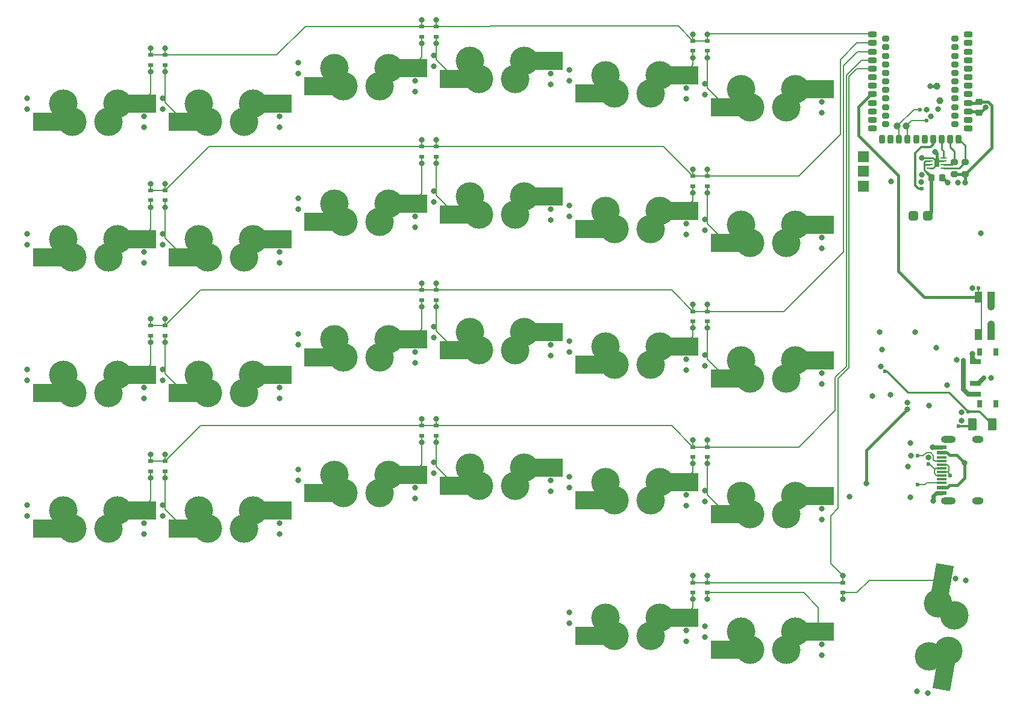
<source format=gbr>
%TF.GenerationSoftware,KiCad,Pcbnew,(6.0.4)*%
%TF.CreationDate,2022-07-03T17:00:07-07:00*%
%TF.ProjectId,Athena54,41746865-6e61-4353-942e-6b696361645f,v1.0.0*%
%TF.SameCoordinates,Original*%
%TF.FileFunction,Copper,L4,Bot*%
%TF.FilePolarity,Positive*%
%FSLAX46Y46*%
G04 Gerber Fmt 4.6, Leading zero omitted, Abs format (unit mm)*
G04 Created by KiCad (PCBNEW (6.0.4)) date 2022-07-03 17:00:07*
%MOMM*%
%LPD*%
G01*
G04 APERTURE LIST*
G04 Aperture macros list*
%AMRoundRect*
0 Rectangle with rounded corners*
0 $1 Rounding radius*
0 $2 $3 $4 $5 $6 $7 $8 $9 X,Y pos of 4 corners*
0 Add a 4 corners polygon primitive as box body*
4,1,4,$2,$3,$4,$5,$6,$7,$8,$9,$2,$3,0*
0 Add four circle primitives for the rounded corners*
1,1,$1+$1,$2,$3*
1,1,$1+$1,$4,$5*
1,1,$1+$1,$6,$7*
1,1,$1+$1,$8,$9*
0 Add four rect primitives between the rounded corners*
20,1,$1+$1,$2,$3,$4,$5,0*
20,1,$1+$1,$4,$5,$6,$7,0*
20,1,$1+$1,$6,$7,$8,$9,0*
20,1,$1+$1,$8,$9,$2,$3,0*%
%AMRotRect*
0 Rectangle, with rotation*
0 The origin of the aperture is its center*
0 $1 length*
0 $2 width*
0 $3 Rotation angle, in degrees counterclockwise*
0 Add horizontal line*
21,1,$1,$2,0,0,$3*%
G04 Aperture macros list end*
%TA.AperFunction,ComponentPad*%
%ADD10C,0.800000*%
%TD*%
%TA.AperFunction,SMDPad,CuDef*%
%ADD11R,0.700000X0.600000*%
%TD*%
%TA.AperFunction,ComponentPad*%
%ADD12C,4.000000*%
%TD*%
%TA.AperFunction,SMDPad,CuDef*%
%ADD13R,4.461400X2.500000*%
%TD*%
%TA.AperFunction,SMDPad,CuDef*%
%ADD14R,4.434400X2.500000*%
%TD*%
%TA.AperFunction,ComponentPad*%
%ADD15RoundRect,0.337500X-0.337500X0.337500X-0.337500X-0.337500X0.337500X-0.337500X0.337500X0.337500X0*%
%TD*%
%TA.AperFunction,SMDPad,CuDef*%
%ADD16RoundRect,0.250000X-0.375000X-0.625000X0.375000X-0.625000X0.375000X0.625000X-0.375000X0.625000X0*%
%TD*%
%TA.AperFunction,SMDPad,CuDef*%
%ADD17R,0.800000X1.000000*%
%TD*%
%TA.AperFunction,SMDPad,CuDef*%
%ADD18R,1.500000X0.700000*%
%TD*%
%TA.AperFunction,SMDPad,CuDef*%
%ADD19R,1.000000X1.550000*%
%TD*%
%TA.AperFunction,SMDPad,CuDef*%
%ADD20R,1.450000X0.600000*%
%TD*%
%TA.AperFunction,SMDPad,CuDef*%
%ADD21R,1.450000X0.300000*%
%TD*%
%TA.AperFunction,ComponentPad*%
%ADD22O,2.100000X1.000000*%
%TD*%
%TA.AperFunction,ComponentPad*%
%ADD23O,1.600000X1.000000*%
%TD*%
%TA.AperFunction,ComponentPad*%
%ADD24R,1.524000X1.524000*%
%TD*%
%TA.AperFunction,SMDPad,CuDef*%
%ADD25R,4.461400X2.520000*%
%TD*%
%TA.AperFunction,SMDPad,CuDef*%
%ADD26RoundRect,0.200000X-0.275000X0.200000X-0.275000X-0.200000X0.275000X-0.200000X0.275000X0.200000X0*%
%TD*%
%TA.AperFunction,SMDPad,CuDef*%
%ADD27RoundRect,0.225000X-0.250000X0.225000X-0.250000X-0.225000X0.250000X-0.225000X0.250000X0.225000X0*%
%TD*%
%TA.AperFunction,SMDPad,CuDef*%
%ADD28RoundRect,0.062500X-0.325000X-0.062500X0.325000X-0.062500X0.325000X0.062500X-0.325000X0.062500X0*%
%TD*%
%TA.AperFunction,SMDPad,CuDef*%
%ADD29R,0.800000X1.200000*%
%TD*%
%TA.AperFunction,SMDPad,CuDef*%
%ADD30RotRect,4.500000X2.500000X80.000000*%
%TD*%
%TA.AperFunction,SMDPad,CuDef*%
%ADD31RoundRect,0.225000X-0.225000X-0.250000X0.225000X-0.250000X0.225000X0.250000X-0.225000X0.250000X0*%
%TD*%
%TA.AperFunction,SMDPad,CuDef*%
%ADD32RoundRect,0.200000X0.400000X0.200000X-0.400000X0.200000X-0.400000X-0.200000X0.400000X-0.200000X0*%
%TD*%
%TA.AperFunction,SMDPad,CuDef*%
%ADD33C,1.000000*%
%TD*%
%TA.AperFunction,SMDPad,CuDef*%
%ADD34RoundRect,0.200000X0.200000X-0.400000X0.200000X0.400000X-0.200000X0.400000X-0.200000X-0.400000X0*%
%TD*%
%TA.AperFunction,SMDPad,CuDef*%
%ADD35RoundRect,0.200000X-0.400000X-0.200000X0.400000X-0.200000X0.400000X0.200000X-0.400000X0.200000X0*%
%TD*%
%TA.AperFunction,ComponentPad*%
%ADD36RoundRect,0.200000X-0.300000X-0.200000X0.300000X-0.200000X0.300000X0.200000X-0.300000X0.200000X0*%
%TD*%
%TA.AperFunction,ViaPad*%
%ADD37C,0.800000*%
%TD*%
%TA.AperFunction,ViaPad*%
%ADD38C,0.600000*%
%TD*%
%TA.AperFunction,Conductor*%
%ADD39C,0.400000*%
%TD*%
%TA.AperFunction,Conductor*%
%ADD40C,0.600000*%
%TD*%
%TA.AperFunction,Conductor*%
%ADD41C,0.250000*%
%TD*%
%TA.AperFunction,Conductor*%
%ADD42C,1.000000*%
%TD*%
%TA.AperFunction,Conductor*%
%ADD43C,0.700000*%
%TD*%
%TA.AperFunction,Conductor*%
%ADD44C,0.500000*%
%TD*%
%TA.AperFunction,Conductor*%
%ADD45C,0.200000*%
%TD*%
%TA.AperFunction,Conductor*%
%ADD46C,0.300000*%
%TD*%
%TA.AperFunction,Conductor*%
%ADD47C,0.293370*%
%TD*%
%TA.AperFunction,Conductor*%
%ADD48C,0.205740*%
%TD*%
G04 APERTURE END LIST*
D10*
%TO.P,D21,1,K*%
%TO.N,ROW2*%
X84725000Y-12774000D03*
D11*
X84725000Y-13725000D03*
%TO.P,D21,2,A*%
%TO.N,Net-(D21-Pad2)*%
X84725000Y-15125000D03*
D10*
X84725000Y-16076000D03*
%TD*%
%TO.P,SW9,1,1*%
%TO.N,COL2*%
X26619200Y-62468000D03*
D12*
X21590000Y-63230000D03*
X22860000Y-60690000D03*
D10*
X27889200Y-61452000D03*
D13*
X26115700Y-60690000D03*
D10*
X26619200Y-63992000D03*
X27889200Y-59928000D03*
%TO.P,SW9,2,2*%
%TO.N,Net-(D10-Pad2)*%
X11480800Y-62468000D03*
X10210800Y-61452000D03*
D14*
X13240800Y-63230000D03*
D10*
X11480800Y-63992000D03*
X10210800Y-59928000D03*
D12*
X16510000Y-63230000D03*
X15240000Y-60690000D03*
%TD*%
D15*
%TO.P,J1,1,Pin_1*%
%TO.N,+BATT*%
X117683500Y-19325000D03*
%TO.P,J1,2,Pin_2*%
%TO.N,GND*%
X115683500Y-19325000D03*
%TD*%
D12*
%TO.P,SW14,1,1*%
%TO.N,COL4*%
X59690000Y-80000D03*
D10*
X64719200Y682000D03*
X65989200Y1698000D03*
X64719200Y-842000D03*
X65989200Y3222000D03*
D12*
X60960000Y2460000D03*
D13*
X64215700Y2460000D03*
D10*
%TO.P,SW14,2,2*%
%TO.N,Net-(D15-Pad2)*%
X48310800Y3222000D03*
D12*
X54610000Y-80000D03*
D10*
X49580800Y-842000D03*
X49580800Y682000D03*
X48310800Y1698000D03*
D12*
X53340000Y2460000D03*
D14*
X51340800Y-80000D03*
%TD*%
D11*
%TO.P,D8,1,K*%
%TO.N,ROW2*%
X10525000Y-15725000D03*
D10*
X10525000Y-14774000D03*
D11*
%TO.P,D8,2,A*%
%TO.N,Net-(D8-Pad2)*%
X10525000Y-17125000D03*
D10*
X10525000Y-18076000D03*
%TD*%
D11*
%TO.P,D4,1,K*%
%TO.N,ROW2*%
X8525000Y-15725000D03*
D10*
X8525000Y-14774000D03*
D11*
%TO.P,D4,2,A*%
%TO.N,Net-(D4-Pad2)*%
X8525000Y-17125000D03*
D10*
X8525000Y-18076000D03*
%TD*%
D13*
%TO.P,SW25,1,1*%
%TO.N,COL6*%
X102315700Y-20590000D03*
D10*
X102819200Y-23892000D03*
D12*
X97790000Y-23130000D03*
D10*
X102819200Y-22368000D03*
X104089200Y-19828000D03*
X104089200Y-21352000D03*
D12*
X99060000Y-20590000D03*
D10*
%TO.P,SW25,2,2*%
%TO.N,Net-(D26-Pad2)*%
X86410800Y-21352000D03*
D12*
X91440000Y-20590000D03*
D10*
X87680800Y-23892000D03*
D14*
X89440800Y-23130000D03*
D10*
X87680800Y-22368000D03*
D12*
X92710000Y-23130000D03*
D10*
X86410800Y-19828000D03*
%TD*%
D16*
%TO.P,D1,1,K*%
%TO.N,/Power Management/CHG*%
X126774999Y-48575000D03*
%TO.P,D1,2,A*%
%TO.N,Net-(D1-Pad2)*%
X123974999Y-48575000D03*
%TD*%
D11*
%TO.P,D17,1,K*%
%TO.N,ROW3*%
X48625000Y-29725000D03*
D10*
X48625000Y-28774000D03*
%TO.P,D17,2,A*%
%TO.N,Net-(D17-Pad2)*%
X48625000Y-32076000D03*
D11*
X48625000Y-31125000D03*
%TD*%
D10*
%TO.P,D28,1,K*%
%TO.N,ROW4*%
X86725001Y-50824000D03*
D11*
X86725001Y-51775000D03*
D10*
%TO.P,D28,2,A*%
%TO.N,Net-(D28-Pad2)*%
X86725001Y-54126000D03*
D11*
X86725001Y-53175000D03*
%TD*%
%TO.P,D6,1,K*%
%TO.N,ROW4*%
X8525000Y-53775000D03*
D10*
X8525000Y-52824000D03*
%TO.P,D6,2,A*%
%TO.N,Net-(D6-Pad2)*%
X8525000Y-56126000D03*
D11*
X8525000Y-55175000D03*
%TD*%
D10*
%TO.P,D5,1,K*%
%TO.N,ROW3*%
X8525000Y-33774000D03*
D11*
X8525000Y-34725000D03*
%TO.P,D5,2,A*%
%TO.N,Net-(D5-Pad2)*%
X8525000Y-36125000D03*
D10*
X8525000Y-37076000D03*
%TD*%
D11*
%TO.P,D9,1,K*%
%TO.N,ROW3*%
X10525000Y-34725000D03*
D10*
X10525000Y-33774000D03*
D11*
%TO.P,D9,2,A*%
%TO.N,Net-(D9-Pad2)*%
X10525000Y-36125000D03*
D10*
X10525000Y-37076000D03*
%TD*%
%TO.P,D16,1,K*%
%TO.N,ROW2*%
X48625000Y-8624000D03*
D11*
X48625000Y-9575000D03*
D10*
%TO.P,D16,2,A*%
%TO.N,Net-(D16-Pad2)*%
X48625000Y-11926000D03*
D11*
X48625000Y-10975000D03*
%TD*%
%TO.P,D18,1,K*%
%TO.N,ROW4*%
X48625000Y-48775000D03*
D10*
X48625000Y-47824000D03*
D11*
%TO.P,D18,2,A*%
%TO.N,Net-(D18-Pad2)*%
X48625000Y-50175000D03*
D10*
X48625000Y-51126000D03*
%TD*%
%TO.P,D19,1,K*%
%TO.N,ROW5*%
X84725000Y-69874000D03*
D11*
X84725000Y-70825000D03*
%TO.P,D19,2,A*%
%TO.N,Net-(D19-Pad2)*%
X84725000Y-72225000D03*
D10*
X84725000Y-73176000D03*
%TD*%
D17*
%TO.P,SW1,*%
%TO.N,*%
X125045000Y-45725000D03*
X127255000Y-45725000D03*
X125045000Y-38425000D03*
X127255000Y-38425000D03*
D18*
%TO.P,SW1,1,A*%
%TO.N,GND*%
X124395000Y-39825000D03*
%TO.P,SW1,2,B*%
%TO.N,/Power Management/SYSOFF*%
X124395000Y-42825000D03*
%TO.P,SW1,3,C*%
%TO.N,Net-(R6-Pad1)*%
X124395000Y-44325000D03*
%TD*%
D10*
%TO.P,D20,1,K*%
%TO.N,ROW1*%
X84725000Y6226001D03*
D11*
X84725000Y5275001D03*
%TO.P,D20,2,A*%
%TO.N,Net-(D20-Pad2)*%
X84725000Y3875001D03*
D10*
X84725000Y2924001D03*
%TD*%
D12*
%TO.P,SW6,1,1*%
%TO.N,COL2*%
X22860000Y-3540000D03*
D13*
X26115700Y-3540000D03*
D10*
X27889200Y-2778000D03*
X26619200Y-6842000D03*
X26619200Y-5318000D03*
D12*
X21590000Y-6080000D03*
D10*
X27889200Y-4302000D03*
D12*
%TO.P,SW6,2,2*%
%TO.N,Net-(D7-Pad2)*%
X16510000Y-6080000D03*
D10*
X10210800Y-2778000D03*
D14*
X13240800Y-6080000D03*
D10*
X10210800Y-4302000D03*
X11480800Y-5318000D03*
D12*
X15240000Y-3540000D03*
D10*
X11480800Y-6842000D03*
%TD*%
D11*
%TO.P,D15,1,K*%
%TO.N,ROW1*%
X48625000Y7275000D03*
D10*
X48625000Y8226000D03*
D11*
%TO.P,D15,2,A*%
%TO.N,Net-(D15-Pad2)*%
X48625000Y5875000D03*
D10*
X48625000Y4924000D03*
%TD*%
%TO.P,D12,1,K*%
%TO.N,ROW2*%
X46625000Y-8624000D03*
D11*
X46625000Y-9575000D03*
D10*
%TO.P,D12,2,A*%
%TO.N,Net-(D12-Pad2)*%
X46625000Y-11926000D03*
D11*
X46625000Y-10975000D03*
%TD*%
D12*
%TO.P,SW24,1,1*%
%TO.N,COL6*%
X97790000Y-4080000D03*
D10*
X102819200Y-4842000D03*
X104089200Y-778000D03*
X104089200Y-2302000D03*
D13*
X102315700Y-1540000D03*
D12*
X99060000Y-1540000D03*
D10*
X102819200Y-3318000D03*
D12*
%TO.P,SW24,2,2*%
%TO.N,Net-(D25-Pad2)*%
X91440000Y-1540000D03*
D10*
X86410800Y-2302000D03*
D14*
X89440800Y-4080000D03*
D10*
X86410800Y-778000D03*
X87680800Y-4842000D03*
X87680800Y-3318000D03*
D12*
X92710000Y-4080000D03*
%TD*%
D10*
%TO.P,SW27,1,1*%
%TO.N,COL6*%
X102819200Y-61992000D03*
D12*
X97790000Y-61230000D03*
D10*
X102819200Y-60468000D03*
D13*
X102315700Y-58690000D03*
D12*
X99060000Y-58690000D03*
D10*
X104089200Y-59452000D03*
X104089200Y-57928000D03*
D14*
%TO.P,SW27,2,2*%
%TO.N,Net-(D28-Pad2)*%
X89440800Y-61230000D03*
D10*
X87680800Y-60468000D03*
X86410800Y-59452000D03*
X87680800Y-61992000D03*
D12*
X91440000Y-58690000D03*
D10*
X86410800Y-57928000D03*
D12*
X92710000Y-61230000D03*
%TD*%
D10*
%TO.P,SW8,1,1*%
%TO.N,COL2*%
X26619200Y-43418000D03*
D12*
X22860000Y-41640000D03*
D13*
X26115700Y-41640000D03*
D10*
X27889200Y-42402000D03*
X26619200Y-44942000D03*
X27889200Y-40878000D03*
D12*
X21590000Y-44180000D03*
D10*
%TO.P,SW8,2,2*%
%TO.N,Net-(D9-Pad2)*%
X10210800Y-42402000D03*
D12*
X15240000Y-41640000D03*
X16510000Y-44180000D03*
D10*
X11480800Y-44942000D03*
X11480800Y-43418000D03*
D14*
X13240800Y-44180000D03*
D10*
X10210800Y-40878000D03*
%TD*%
D11*
%TO.P,D22,1,K*%
%TO.N,ROW3*%
X84725000Y-32725000D03*
D10*
X84725000Y-31774000D03*
%TO.P,D22,2,A*%
%TO.N,Net-(D22-Pad2)*%
X84725000Y-35076000D03*
D11*
X84725000Y-34125000D03*
%TD*%
D13*
%TO.P,SW16,1,1*%
%TO.N,COL4*%
X64215700Y-35640000D03*
D12*
X59690000Y-38180000D03*
D10*
X64719200Y-38942000D03*
D12*
X60960000Y-35640000D03*
D10*
X65989200Y-36402000D03*
X65989200Y-34878000D03*
X64719200Y-37418000D03*
D12*
%TO.P,SW16,2,2*%
%TO.N,Net-(D17-Pad2)*%
X53340000Y-35640000D03*
D10*
X49580800Y-37418000D03*
D12*
X54610000Y-38180000D03*
D14*
X51340800Y-38180000D03*
D10*
X49580800Y-38942000D03*
X48310800Y-36402000D03*
X48310800Y-34878000D03*
%TD*%
D13*
%TO.P,SW7,1,1*%
%TO.N,COL2*%
X26115700Y-22590000D03*
D12*
X21590000Y-25130000D03*
D10*
X27889200Y-21828000D03*
X27889200Y-23352000D03*
D12*
X22860000Y-22590000D03*
D10*
X26619200Y-24368000D03*
X26619200Y-25892000D03*
%TO.P,SW7,2,2*%
%TO.N,Net-(D8-Pad2)*%
X11480800Y-24368000D03*
D14*
X13240800Y-25130000D03*
D12*
X16510000Y-25130000D03*
D10*
X10210800Y-23352000D03*
D12*
X15240000Y-22590000D03*
D10*
X11480800Y-25892000D03*
X10210800Y-21828000D03*
%TD*%
D11*
%TO.P,D3,1,K*%
%TO.N,ROW1*%
X8525000Y3275000D03*
D10*
X8525000Y4226000D03*
D11*
%TO.P,D3,2,A*%
%TO.N,Net-(D3-Pad2)*%
X8525000Y1875000D03*
D10*
X8525000Y924000D03*
%TD*%
%TO.P,D23,1,K*%
%TO.N,ROW4*%
X84725000Y-50824000D03*
D11*
X84725000Y-51775000D03*
D10*
%TO.P,D23,2,A*%
%TO.N,Net-(D23-Pad2)*%
X84725000Y-54126000D03*
D11*
X84725000Y-53175000D03*
%TD*%
D13*
%TO.P,SW15,1,1*%
%TO.N,COL4*%
X64215700Y-16590000D03*
D12*
X59690000Y-19130000D03*
X60960000Y-16590000D03*
D10*
X65989200Y-17352000D03*
X64719200Y-18368000D03*
X64719200Y-19892000D03*
X65989200Y-15828000D03*
%TO.P,SW15,2,2*%
%TO.N,Net-(D16-Pad2)*%
X49580800Y-19892000D03*
X49580800Y-18368000D03*
D14*
X51340800Y-19130000D03*
D10*
X48310800Y-15828000D03*
X48310800Y-17352000D03*
D12*
X53340000Y-16590000D03*
X54610000Y-19130000D03*
%TD*%
D11*
%TO.P,D13,1,K*%
%TO.N,ROW3*%
X46625000Y-29725000D03*
D10*
X46625000Y-28774000D03*
D11*
%TO.P,D13,2,A*%
%TO.N,Net-(D13-Pad2)*%
X46625000Y-31125000D03*
D10*
X46625000Y-32076000D03*
%TD*%
D11*
%TO.P,D7,1,K*%
%TO.N,ROW1*%
X10525000Y3275000D03*
D10*
X10525000Y4226000D03*
%TO.P,D7,2,A*%
%TO.N,Net-(D7-Pad2)*%
X10525000Y924000D03*
D11*
X10525000Y1875000D03*
%TD*%
D10*
%TO.P,D26,1,K*%
%TO.N,ROW2*%
X86725000Y-12774000D03*
D11*
X86725000Y-13725000D03*
D10*
%TO.P,D26,2,A*%
%TO.N,Net-(D26-Pad2)*%
X86725000Y-16076000D03*
D11*
X86725000Y-15125000D03*
%TD*%
D10*
%TO.P,D14,1,K*%
%TO.N,ROW4*%
X46625000Y-47824000D03*
D11*
X46625000Y-48775000D03*
%TO.P,D14,2,A*%
%TO.N,Net-(D14-Pad2)*%
X46625000Y-50175000D03*
D10*
X46625000Y-51126000D03*
%TD*%
D11*
%TO.P,D25,1,K*%
%TO.N,ROW1*%
X86725000Y5275000D03*
D10*
X86725000Y6226000D03*
%TO.P,D25,2,A*%
%TO.N,Net-(D25-Pad2)*%
X86725000Y2924000D03*
D11*
X86725000Y3875000D03*
%TD*%
D13*
%TO.P,SW17,1,1*%
%TO.N,COL4*%
X64215700Y-54690000D03*
D12*
X60960000Y-54690000D03*
D10*
X65989200Y-53928000D03*
D12*
X59690000Y-57230000D03*
D10*
X65989200Y-55452000D03*
X64719200Y-56468000D03*
X64719200Y-57992000D03*
D12*
%TO.P,SW17,2,2*%
%TO.N,Net-(D18-Pad2)*%
X54610000Y-57230000D03*
D10*
X49580800Y-56468000D03*
X49580800Y-57992000D03*
D14*
X51340800Y-57230000D03*
D10*
X48310800Y-53928000D03*
X48310800Y-55452000D03*
D12*
X53340000Y-54690000D03*
%TD*%
%TO.P,SW26,1,1*%
%TO.N,COL6*%
X99060000Y-39640001D03*
X97790000Y-42180001D03*
D10*
X102819200Y-42942001D03*
D13*
X102315700Y-39640001D03*
D10*
X102819200Y-41418001D03*
X104089200Y-38878001D03*
X104089200Y-40402001D03*
D12*
%TO.P,SW26,2,2*%
%TO.N,Net-(D27-Pad2)*%
X92710000Y-42180001D03*
D10*
X86410800Y-38878001D03*
X86410800Y-40402001D03*
D12*
X91440000Y-39640001D03*
D10*
X87680800Y-42942001D03*
D14*
X89440800Y-42180001D03*
D10*
X87680800Y-41418001D03*
%TD*%
D19*
%TO.P,SW29,1,1*%
%TO.N,GND*%
X126575000Y-30700000D03*
X126575000Y-35950000D03*
%TO.P,SW29,2,2*%
%TO.N,RESET*%
X124875000Y-35950000D03*
X124875000Y-30700000D03*
%TD*%
D20*
%TO.P,J2,A1,GND*%
%TO.N,GND*%
X119680000Y-51775000D03*
%TO.P,J2,A4,VBUS*%
%TO.N,VBUS*%
X119680000Y-52575000D03*
D21*
%TO.P,J2,A5,CC1*%
%TO.N,/USB-C/CC1*%
X119680000Y-56775000D03*
%TO.P,J2,A6,D+*%
%TO.N,DI+*%
X119680000Y-54775000D03*
%TO.P,J2,A7,D-*%
%TO.N,DI-*%
X119680000Y-55275000D03*
%TO.P,J2,A8,SBU1*%
%TO.N,unconnected-(J2-PadA8)*%
X119680000Y-56275000D03*
D20*
%TO.P,J2,A9,VBUS*%
%TO.N,VBUS*%
X119680000Y-57475000D03*
%TO.P,J2,A12,GND*%
%TO.N,GND*%
X119680000Y-58275000D03*
%TO.P,J2,B1,GND*%
X119680000Y-58275000D03*
%TO.P,J2,B4,VBUS*%
%TO.N,VBUS*%
X119680000Y-57475000D03*
D21*
%TO.P,J2,B5,CC2*%
%TO.N,/USB-C/CC2*%
X119680000Y-53775000D03*
%TO.P,J2,B6,D+*%
%TO.N,DI+*%
X119680000Y-55775000D03*
%TO.P,J2,B7,D-*%
%TO.N,DI-*%
X119680000Y-54275000D03*
%TO.P,J2,B8,SBU2*%
%TO.N,unconnected-(J2-PadB8)*%
X119680000Y-53275000D03*
D20*
%TO.P,J2,B9,VBUS*%
%TO.N,VBUS*%
X119680000Y-52575000D03*
%TO.P,J2,B12,GND*%
%TO.N,GND*%
X119680000Y-51775000D03*
D22*
%TO.P,J2,S1,SHIELD*%
X120595000Y-50705000D03*
D23*
X124775000Y-59345000D03*
X124775000Y-50705000D03*
D22*
X120595000Y-59345000D03*
%TD*%
D11*
%TO.P,D29,1,K*%
%TO.N,ROW5*%
X105775000Y-70825000D03*
D10*
X105775000Y-69874000D03*
%TO.P,D29,2,A*%
%TO.N,Net-(D29-Pad2)*%
X105775000Y-73176000D03*
D11*
X105775000Y-72225000D03*
%TD*%
%TO.P,D10,1,K*%
%TO.N,ROW4*%
X10525000Y-53775000D03*
D10*
X10525000Y-52824000D03*
D11*
%TO.P,D10,2,A*%
%TO.N,Net-(D10-Pad2)*%
X10525000Y-55175000D03*
D10*
X10525000Y-56126000D03*
%TD*%
%TO.P,D27,1,K*%
%TO.N,ROW3*%
X86725000Y-31774000D03*
D11*
X86725000Y-32725000D03*
%TO.P,D27,2,A*%
%TO.N,Net-(D27-Pad2)*%
X86725000Y-34125000D03*
D10*
X86725000Y-35076000D03*
%TD*%
D24*
%TO.P,J4,1,Pin_1*%
%TO.N,EXT_PWR*%
X108693750Y-11025000D03*
%TO.P,J4,2,Pin_2*%
%TO.N,LED*%
X108693750Y-13025000D03*
%TO.P,J4,3,Pin_3*%
%TO.N,GND*%
X108693750Y-15125000D03*
%TD*%
D11*
%TO.P,D11,1,K*%
%TO.N,ROW1*%
X46625000Y7275000D03*
D10*
X46625000Y8226000D03*
%TO.P,D11,2,A*%
%TO.N,Net-(D11-Pad2)*%
X46625000Y4924000D03*
D11*
X46625000Y5875000D03*
%TD*%
%TO.P,D24,1,K*%
%TO.N,ROW5*%
X86725000Y-70825000D03*
D10*
X86725000Y-69874000D03*
D11*
%TO.P,D24,2,A*%
%TO.N,Net-(D24-Pad2)*%
X86725000Y-72225000D03*
D10*
X86725000Y-73176000D03*
%TD*%
D12*
%TO.P,SW4,1,1*%
%TO.N,COL1*%
X-3810000Y-41640000D03*
D10*
X-8839200Y-40878000D03*
D14*
X-5809200Y-44180000D03*
D12*
X-2540000Y-44180000D03*
D10*
X-8839200Y-42402000D03*
X-7569200Y-44942000D03*
X-7569200Y-43418000D03*
%TO.P,SW4,2,2*%
%TO.N,Net-(D5-Pad2)*%
X7569200Y-44942000D03*
D12*
X2540000Y-44180000D03*
X3810000Y-41640000D03*
D10*
X8839200Y-42402000D03*
X8839200Y-40878000D03*
X7569200Y-43418000D03*
D25*
X7065700Y-41650000D03*
%TD*%
D14*
%TO.P,SW21,1,1*%
%TO.N,COL5*%
X70390800Y-40180000D03*
D12*
X73660000Y-40180000D03*
D10*
X67360800Y-36878000D03*
X68630800Y-39418000D03*
D12*
X72390000Y-37640000D03*
D10*
X67360800Y-38402000D03*
X68630800Y-40942000D03*
%TO.P,SW21,2,2*%
%TO.N,Net-(D22-Pad2)*%
X85039200Y-38402000D03*
X85039200Y-36878000D03*
X83769200Y-39418000D03*
D12*
X80010000Y-37640000D03*
D25*
X83265700Y-37650000D03*
D10*
X83769200Y-40942000D03*
D12*
X78740000Y-40180000D03*
%TD*%
D26*
%TO.P,R12,1*%
%TO.N,SDA*%
X122975000Y-11800000D03*
%TO.P,R12,2*%
%TO.N,VDD*%
X122975000Y-13450000D03*
%TD*%
D10*
%TO.P,SW18,1,1*%
%TO.N,COL4*%
X67360800Y-74978000D03*
X68630800Y-77518000D03*
D12*
X73660000Y-78280000D03*
D10*
X68630800Y-79042000D03*
D14*
X70390800Y-78280000D03*
D10*
X67360800Y-76502000D03*
D12*
X72390000Y-75740000D03*
D10*
%TO.P,SW18,2,2*%
%TO.N,Net-(D19-Pad2)*%
X83769200Y-77518000D03*
D25*
X83265700Y-75750000D03*
D12*
X78740000Y-78280000D03*
D10*
X83769200Y-79042000D03*
X85039200Y-76502000D03*
D12*
X80010000Y-75740000D03*
D10*
X85039200Y-74978000D03*
%TD*%
D14*
%TO.P,SW10,1,1*%
%TO.N,COL3*%
X32290800Y-1080000D03*
D10*
X30530800Y-1842000D03*
X29260800Y2222000D03*
D12*
X35560000Y-1080000D03*
D10*
X30530800Y-318000D03*
X29260800Y698000D03*
D12*
X34290000Y1460000D03*
D10*
%TO.P,SW10,2,2*%
%TO.N,Net-(D11-Pad2)*%
X45669200Y-1842000D03*
X46939200Y2222000D03*
D12*
X40640000Y-1080000D03*
X41910000Y1460000D03*
D10*
X46939200Y698000D03*
D25*
X45165700Y1450000D03*
D10*
X45669200Y-318000D03*
%TD*%
D27*
%TO.P,C12,1*%
%TO.N,VDD*%
X124925000Y-3250000D03*
%TO.P,C12,2*%
%TO.N,GND*%
X124925000Y-4800000D03*
%TD*%
D28*
%TO.P,U2,1,CTG*%
%TO.N,GND*%
X117987500Y-12625000D03*
%TO.P,U2,2,CELL*%
%TO.N,+BATT*%
X117987500Y-12125000D03*
%TO.P,U2,3,VDD*%
X117987500Y-11625000D03*
%TO.P,U2,4,GND*%
%TO.N,GND*%
X117987500Y-11125000D03*
%TO.P,U2,5,ALERT*%
%TO.N,ALERT*%
X119962500Y-11125000D03*
%TO.P,U2,6,QSTRT*%
%TO.N,GND*%
X119962500Y-11625000D03*
%TO.P,U2,7,SCL*%
%TO.N,SCL*%
X119962500Y-12125000D03*
%TO.P,U2,8,SDA*%
%TO.N,SDA*%
X119962500Y-12625000D03*
D29*
%TO.P,U2,9,GND*%
%TO.N,GND*%
X118975000Y-11875000D03*
%TD*%
D26*
%TO.P,R13,1*%
%TO.N,SCL*%
X121475000Y-11800000D03*
%TO.P,R13,2*%
%TO.N,VDD*%
X121475000Y-13450000D03*
%TD*%
D10*
%TO.P,SW11,1,1*%
%TO.N,COL3*%
X29260800Y-18352000D03*
D14*
X32290800Y-20130000D03*
D12*
X34290000Y-17590000D03*
X35560000Y-20130000D03*
D10*
X29260800Y-16828000D03*
X30530800Y-20892000D03*
X30530800Y-19368000D03*
%TO.P,SW11,2,2*%
%TO.N,Net-(D12-Pad2)*%
X45669200Y-20892000D03*
X45669200Y-19368000D03*
D25*
X45165700Y-17600000D03*
D10*
X46939200Y-18352000D03*
D12*
X41910000Y-17590000D03*
X40640000Y-20130000D03*
D10*
X46939200Y-16828000D03*
%TD*%
D14*
%TO.P,SW5,1,1*%
%TO.N,COL1*%
X-5809200Y-63230000D03*
D10*
X-7569200Y-62468000D03*
D12*
X-3810000Y-60690000D03*
D10*
X-8839200Y-59928000D03*
X-7569200Y-63992000D03*
X-8839200Y-61452000D03*
D12*
X-2540000Y-63230000D03*
D25*
%TO.P,SW5,2,2*%
%TO.N,Net-(D6-Pad2)*%
X7065700Y-60700000D03*
D10*
X7569200Y-62468000D03*
X7569200Y-63992000D03*
D12*
X2540000Y-63230000D03*
X3810000Y-60690000D03*
D10*
X8839200Y-61452000D03*
X8839200Y-59928000D03*
%TD*%
D12*
%TO.P,SW19,1,1*%
%TO.N,COL5*%
X73660000Y-2080000D03*
D14*
X70390800Y-2080000D03*
D10*
X67360800Y1222000D03*
X68630800Y-2842000D03*
D12*
X72390000Y460000D03*
D10*
X68630800Y-1318000D03*
X67360800Y-302000D03*
%TO.P,SW19,2,2*%
%TO.N,Net-(D20-Pad2)*%
X83769200Y-1318000D03*
D25*
X83265700Y450000D03*
D10*
X85039200Y-302000D03*
D12*
X78740000Y-2080000D03*
D10*
X85039200Y1222000D03*
X83769200Y-2842000D03*
D12*
X80010000Y460000D03*
%TD*%
%TO.P,SW23,1,1*%
%TO.N,COL5*%
X92710000Y-80280000D03*
X91440000Y-77740000D03*
D10*
X86410800Y-76978000D03*
X86410800Y-78502000D03*
X87680800Y-81042000D03*
X87680800Y-79518000D03*
D14*
X89440800Y-80280000D03*
D10*
%TO.P,SW23,2,2*%
%TO.N,Net-(D24-Pad2)*%
X102819200Y-81042000D03*
D12*
X97790000Y-80280000D03*
X99060000Y-77740000D03*
D25*
X102315700Y-77750000D03*
D10*
X104089200Y-78502000D03*
X102819200Y-79518000D03*
X104089200Y-76978000D03*
%TD*%
%TO.P,SW20,1,1*%
%TO.N,COL5*%
X67360800Y-19352000D03*
X67360800Y-17828000D03*
D12*
X73660000Y-21130000D03*
D10*
X68630800Y-21892000D03*
X68630800Y-20368000D03*
D14*
X70390800Y-21130000D03*
D12*
X72390000Y-18590000D03*
D10*
%TO.P,SW20,2,2*%
%TO.N,Net-(D21-Pad2)*%
X83769200Y-20368000D03*
X85039200Y-19352000D03*
X83769200Y-21892000D03*
D25*
X83265700Y-18600000D03*
D10*
X85039200Y-17828000D03*
D12*
X80010000Y-18590000D03*
X78740000Y-21130000D03*
%TD*%
D10*
%TO.P,SW28,1,1*%
%TO.N,COL6*%
X116221917Y-86094002D03*
D12*
X117854473Y-81223499D03*
D30*
X120003032Y-83665695D03*
D12*
X120576418Y-80413859D03*
D10*
X118943862Y-85284363D03*
X117722764Y-86358642D03*
X120444709Y-85549003D03*
%TO.P,SW28,2,2*%
%TO.N,Net-(D29-Pad2)*%
X120810228Y-68848760D03*
X121590260Y-70275893D03*
D12*
X119177672Y-73719264D03*
X121458551Y-75411036D03*
D10*
X123091107Y-70540533D03*
D30*
X119746370Y-70494018D03*
D10*
X119309381Y-68584121D03*
%TD*%
D31*
%TO.P,C3,1*%
%TO.N,+BATT*%
X118200000Y-13975000D03*
%TO.P,C3,2*%
%TO.N,GND*%
X119750000Y-13975000D03*
%TD*%
D10*
%TO.P,SW22,1,1*%
%TO.N,COL5*%
X67360800Y-57452000D03*
D12*
X72390000Y-56690000D03*
D14*
X70390800Y-59230000D03*
D10*
X67360800Y-55928000D03*
D12*
X73660000Y-59230000D03*
D10*
X68630800Y-58468000D03*
X68630800Y-59992000D03*
%TO.P,SW22,2,2*%
%TO.N,Net-(D23-Pad2)*%
X85039200Y-57452000D03*
X83769200Y-58468000D03*
X85039200Y-55928000D03*
D12*
X78740000Y-59230000D03*
D25*
X83265700Y-56700000D03*
D10*
X83769200Y-59992000D03*
D12*
X80010000Y-56690000D03*
%TD*%
D32*
%TO.P,U4,1,LF-P0.03*%
%TO.N,unconnected-(U4-Pad1)*%
X123375000Y6175000D03*
%TO.P,U4,2,LF-P0.02*%
%TO.N,unconnected-(U4-Pad2)*%
X123375000Y4975000D03*
%TO.P,U4,3,LF-P0.28*%
%TO.N,unconnected-(U4-Pad3)*%
X123375000Y3775000D03*
%TO.P,U4,4,LF-P0.29*%
%TO.N,unconnected-(U4-Pad4)*%
X123375000Y2575000D03*
%TO.P,U4,5,LF-P0.30*%
%TO.N,unconnected-(U4-Pad5)*%
X123375000Y1375000D03*
%TO.P,U4,6,LF-P0.31*%
%TO.N,unconnected-(U4-Pad6)*%
X123375000Y175000D03*
%TO.P,U4,7,P0.07*%
%TO.N,unconnected-(U4-Pad7)*%
X123375000Y-1025000D03*
%TO.P,U4,8,P0.05*%
%TO.N,unconnected-(U4-Pad8)*%
X123375000Y-2225000D03*
D33*
%TO.P,U4,9,VDD*%
%TO.N,VDD*%
X119385000Y-3135000D03*
D32*
X123375000Y-3425000D03*
%TO.P,U4,10,GND*%
%TO.N,GND*%
X123375000Y-4625000D03*
%TO.P,U4,11,P0.27*%
%TO.N,unconnected-(U4-Pad11)*%
X123375000Y-5825000D03*
%TO.P,U4,12,P0.26*%
%TO.N,unconnected-(U4-Pad12)*%
X123375000Y-7025000D03*
D34*
%TO.P,U4,13,P0.04*%
%TO.N,SDA*%
X122075000Y-8525000D03*
%TO.P,U4,14,P0.06*%
%TO.N,SCL*%
X120875000Y-8525000D03*
%TO.P,U4,15,P0.11*%
%TO.N,ALERT*%
X119675000Y-8525000D03*
%TO.P,U4,16,P0.08*%
%TO.N,EXT_PWR_EN*%
X118475000Y-8525000D03*
%TO.P,U4,17,LF-P0.09/NFC1*%
%TO.N,unconnected-(U4-Pad17)*%
X117275000Y-8525000D03*
%TO.P,U4,18,LF-P0.10/NFC2*%
%TO.N,unconnected-(U4-Pad18)*%
X116075000Y-8525000D03*
%TO.P,U4,19,SWDCLK*%
%TO.N,SWDCLK*%
X114875000Y-8525000D03*
D33*
X114675000Y-6695000D03*
D34*
%TO.P,U4,20,SWDIO*%
%TO.N,SWDIO*%
X113675000Y-8525000D03*
D33*
X113445000Y-6695000D03*
D34*
%TO.P,U4,21,P0.12*%
%TO.N,unconnected-(U4-Pad21)*%
X112475000Y-8525000D03*
%TO.P,U4,22,P0.13*%
%TO.N,unconnected-(U4-Pad22)*%
X111275000Y-8525000D03*
D35*
%TO.P,U4,23,P0.14*%
%TO.N,unconnected-(U4-Pad23)*%
X109975000Y-7025000D03*
%TO.P,U4,24,P0.15*%
%TO.N,unconnected-(U4-Pad24)*%
X109975000Y-5825000D03*
%TO.P,U4,25,P0.16*%
%TO.N,unconnected-(U4-Pad25)*%
X109975000Y-4625000D03*
%TO.P,U4,26,P0.17*%
%TO.N,unconnected-(U4-Pad26)*%
X109975000Y-3425000D03*
%TO.P,U4,27,P0.18/RESET*%
%TO.N,RESET*%
X109975000Y-2225000D03*
%TO.P,U4,28,P0.19*%
%TO.N,unconnected-(U4-Pad28)*%
X109975000Y-1025000D03*
%TO.P,U4,29,P0.20*%
%TO.N,unconnected-(U4-Pad29)*%
X109975000Y175000D03*
%TO.P,U4,30,P0.21*%
%TO.N,ROW5*%
X109975000Y1375000D03*
%TO.P,U4,31,P0.22*%
%TO.N,ROW4*%
X109975000Y2575000D03*
%TO.P,U4,32,P0.23*%
%TO.N,ROW3*%
X109975000Y3775000D03*
%TO.P,U4,33,P0.24*%
%TO.N,ROW2*%
X109975000Y4975000D03*
%TO.P,U4,34,P0.25*%
%TO.N,ROW1*%
X109975000Y6175000D03*
D36*
%TO.P,U4,35,LF-P1.10*%
%TO.N,unconnected-(U4-Pad35)*%
X121575000Y5575000D03*
%TO.P,U4,36,LF-P1.11*%
%TO.N,unconnected-(U4-Pad36)*%
X121575000Y4375000D03*
%TO.P,U4,37,LF-P1.12*%
%TO.N,unconnected-(U4-Pad37)*%
X121575000Y3175000D03*
%TO.P,U4,38,LF-P1.13*%
%TO.N,unconnected-(U4-Pad38)*%
X121575000Y1975000D03*
%TO.P,U4,39,GND*%
%TO.N,GND*%
X121575000Y775000D03*
%TO.P,U4,40,LF-P1.14*%
%TO.N,unconnected-(U4-Pad40)*%
X121575000Y-425000D03*
%TO.P,U4,41,LF-P1.15*%
%TO.N,unconnected-(U4-Pad41)*%
X121575000Y-1625000D03*
%TO.P,U4,42,VDDH*%
%TO.N,VDDH*%
X121575000Y-2825000D03*
%TO.P,U4,43,GND*%
%TO.N,GND*%
X121575000Y-4025000D03*
%TO.P,U4,44,P1.08*%
%TO.N,unconnected-(U4-Pad44)*%
X121575000Y-5225000D03*
%TO.P,U4,45,P1.09*%
%TO.N,unconnected-(U4-Pad45)*%
X121575000Y-6425000D03*
%TO.P,U4,46,VBUS*%
%TO.N,+5V*%
X111775000Y-6425000D03*
%TO.P,U4,47,USB-D-*%
%TO.N,DO-*%
X111775000Y-5225000D03*
%TO.P,U4,48,USB-D+*%
%TO.N,DO+*%
X111775000Y-4025000D03*
%TO.P,U4,49,P1.00*%
%TO.N,unconnected-(U4-Pad49)*%
X111775000Y-2825000D03*
%TO.P,U4,50,LF-P1.01*%
%TO.N,unconnected-(U4-Pad50)*%
X111775000Y-1625000D03*
%TO.P,U4,51,LF-P1.02*%
%TO.N,COL6*%
X111775000Y-425000D03*
%TO.P,U4,52,LF-P1.03*%
%TO.N,COL5*%
X111775000Y775000D03*
%TO.P,U4,53,LF-P1.04*%
%TO.N,COL4*%
X111775000Y1975000D03*
%TO.P,U4,54,LF-P1.05*%
%TO.N,COL3*%
X111775000Y3175000D03*
%TO.P,U4,55,LF-P1.06*%
%TO.N,COL2*%
X111775000Y4375000D03*
%TO.P,U4,56,LF-P1.07*%
%TO.N,COL1*%
X111775000Y5575000D03*
D33*
%TO.P,U4,57,GND*%
%TO.N,GND*%
X119005000Y-1055000D03*
%TD*%
D10*
%TO.P,SW2,1,1*%
%TO.N,COL1*%
X-8839200Y-2778000D03*
X-7569200Y-5318000D03*
D12*
X-3810000Y-3540000D03*
D14*
X-5809200Y-6080000D03*
D10*
X-8839200Y-4302000D03*
X-7569200Y-6842000D03*
D12*
X-2540000Y-6080000D03*
%TO.P,SW2,2,2*%
%TO.N,Net-(D3-Pad2)*%
X3810000Y-3540000D03*
D10*
X7569200Y-5318000D03*
X8839200Y-4302000D03*
D12*
X2540000Y-6080000D03*
D10*
X7569200Y-6842000D03*
D25*
X7065700Y-3550000D03*
D10*
X8839200Y-2778000D03*
%TD*%
%TO.P,SW3,1,1*%
%TO.N,COL1*%
X-8839200Y-21828000D03*
D14*
X-5809200Y-25130000D03*
D12*
X-2540000Y-25130000D03*
D10*
X-7569200Y-24368000D03*
X-7569200Y-25892000D03*
D12*
X-3810000Y-22590000D03*
D10*
X-8839200Y-23352000D03*
D12*
%TO.P,SW3,2,2*%
%TO.N,Net-(D4-Pad2)*%
X2540000Y-25130000D03*
D10*
X8839200Y-21828000D03*
X7569200Y-24368000D03*
D25*
X7065700Y-22600000D03*
D12*
X3810000Y-22590000D03*
D10*
X7569200Y-25892000D03*
X8839200Y-23352000D03*
%TD*%
D12*
%TO.P,SW12,1,1*%
%TO.N,COL3*%
X35560000Y-39180000D03*
D10*
X30530800Y-39942000D03*
X30530800Y-38418000D03*
D14*
X32290800Y-39180000D03*
D10*
X29260800Y-35878000D03*
X29260800Y-37402000D03*
D12*
X34290000Y-36640000D03*
D10*
%TO.P,SW12,2,2*%
%TO.N,Net-(D13-Pad2)*%
X45669200Y-39942000D03*
X46939200Y-35878000D03*
D12*
X41910000Y-36640000D03*
X40640000Y-39180000D03*
D10*
X46939200Y-37402000D03*
X45669200Y-38418000D03*
D25*
X45165700Y-36650000D03*
%TD*%
D10*
%TO.P,SW13,1,1*%
%TO.N,COL3*%
X30530800Y-57468000D03*
X30530800Y-58992000D03*
D12*
X34290000Y-55690000D03*
D10*
X29260800Y-54928000D03*
D14*
X32290800Y-58230000D03*
D10*
X29260800Y-56452000D03*
D12*
X35560000Y-58230000D03*
D25*
%TO.P,SW13,2,2*%
%TO.N,Net-(D14-Pad2)*%
X45165700Y-55700000D03*
D12*
X41910000Y-55690000D03*
D10*
X45669200Y-57468000D03*
X45669200Y-58992000D03*
X46939200Y-54928000D03*
X46939200Y-56452000D03*
D12*
X40640000Y-58230000D03*
%TD*%
D37*
%TO.N,+5V*%
X114825489Y-46499511D03*
X109075000Y-56925000D03*
%TO.N,GND*%
X115375497Y-53025000D03*
X123975000Y-29425000D03*
X120475000Y-43125000D03*
X118025000Y-1075000D03*
X121975497Y-14625000D03*
X116843750Y-13575000D03*
X116843739Y-11125000D03*
X111275001Y-38125000D03*
X121764093Y-39571212D03*
X117925000Y-45975000D03*
X110975000Y-35625000D03*
X112543750Y-14475000D03*
X112475000Y-44475000D03*
X123975000Y-38675000D03*
X111121636Y-40468274D03*
X115275000Y-51225000D03*
X114934902Y-54529401D03*
X118925000Y-37875000D03*
X115925000Y-35625000D03*
X126575000Y-34575000D03*
X122462948Y-46887548D03*
X117525000Y-4375497D03*
X118775000Y-10325000D03*
X116822673Y-14575744D03*
X126575000Y-32075000D03*
X118160592Y-5289002D03*
X126574500Y-42075000D03*
X122448514Y-48065032D03*
X125847168Y-4077832D03*
X115275000Y-58825000D03*
X106725000Y-58775000D03*
X118475000Y-59375000D03*
X120525000Y-14675000D03*
X125175000Y-21725000D03*
X119125000Y-4275000D03*
X114824896Y-45500008D03*
X117824982Y-53275500D03*
X109925000Y-44625000D03*
X118375000Y-51775000D03*
%TO.N,VBUS*%
X122875000Y-54025000D03*
D38*
%TO.N,Net-(R6-Pad1)*%
X122713593Y-39593593D03*
%TO.N,Net-(D1-Pad2)*%
X122024999Y-48858594D03*
%TO.N,SWDIO*%
X116625498Y-4374971D03*
%TO.N,SWDCLK*%
X117525000Y-5925497D03*
%TO.N,/Power Management/CHG*%
X123424999Y-46825000D03*
X111737968Y-41123437D03*
%TO.N,/USB-C/CC2*%
X116275000Y-53025000D03*
%TO.N,/USB-C/CC1*%
X116275000Y-57025000D03*
%TO.N,/Power Management/SYSOFF*%
X125625000Y-42075000D03*
D37*
%TO.N,VDD*%
X122975000Y-14625000D03*
D38*
%TO.N,DI-*%
X120875000Y-55775000D03*
%TO.N,DI+*%
X117825000Y-54175000D03*
%TO.N,EXT_PWR_EN*%
X116843749Y-15475000D03*
%TO.N,RESET*%
X124875000Y-29425000D03*
%TD*%
D39*
%TO.N,+5V*%
X109075000Y-56925000D02*
X109075000Y-52250000D01*
X109075000Y-52250000D02*
X114825489Y-46499511D01*
D40*
%TO.N,GND*%
X118475000Y-59375000D02*
X118475000Y-58675000D01*
D41*
X118422328Y-11125000D02*
X118975000Y-11677672D01*
D39*
X118775000Y-10325000D02*
X118975001Y-10525000D01*
D40*
X118375000Y-51775000D02*
X119680000Y-51775000D01*
D39*
X119004999Y-1055000D02*
X118045000Y-1055000D01*
D41*
X118422328Y-12625000D02*
X118975000Y-12072328D01*
D39*
X125847168Y-4077832D02*
X125125000Y-4800000D01*
D41*
X119962500Y-11625000D02*
X119225000Y-11625000D01*
X117987500Y-11125000D02*
X118422328Y-11125000D01*
D39*
X123375000Y-4625000D02*
X124400000Y-4625000D01*
D42*
X126575000Y-35950000D02*
X126575000Y-34575000D01*
D39*
X118975001Y-10525000D02*
X118975000Y-11875000D01*
D43*
X123975000Y-39405000D02*
X124395000Y-39824999D01*
D39*
X119750000Y-13900000D02*
X120525000Y-14675000D01*
X118045000Y-1055000D02*
X118025000Y-1075000D01*
D43*
X123975000Y-38675000D02*
X123975000Y-39405000D01*
D41*
X117987500Y-12625000D02*
X118422328Y-12625000D01*
X116843739Y-11125000D02*
X117987500Y-11125000D01*
D40*
X118875000Y-58274999D02*
X119680000Y-58275000D01*
X118475000Y-58675000D02*
X118875000Y-58274999D01*
D42*
X126575000Y-32075000D02*
X126575000Y-30700000D01*
D41*
%TO.N,+BATT*%
X117225000Y-12825000D02*
X117225000Y-12225000D01*
D44*
X118025000Y-13625000D02*
X118200000Y-13800000D01*
D41*
X117225000Y-12252672D02*
X117225000Y-11775000D01*
X117225000Y-11775000D02*
X117375000Y-11625000D01*
D44*
X118200000Y-13800000D02*
X118200000Y-18808500D01*
D41*
X117675000Y-13275000D02*
X117225000Y-12825000D01*
X117225000Y-12225000D02*
X117325000Y-12125000D01*
X117325000Y-12125000D02*
X117987500Y-12125000D01*
D39*
X117675000Y-13275000D02*
X118025000Y-13625000D01*
D44*
X118200000Y-18808500D02*
X117683500Y-19325000D01*
D41*
X117375000Y-11625000D02*
X117987500Y-11625000D01*
D39*
%TO.N,VBUS*%
X119680000Y-52575001D02*
X120469661Y-52575000D01*
X121809521Y-52909521D02*
X122875000Y-53975000D01*
X122875000Y-54025000D02*
X122875000Y-56125000D01*
X120469661Y-57475000D02*
X119680000Y-57475000D01*
X121859521Y-57140479D02*
X120804182Y-57140479D01*
X120804182Y-52909521D02*
X121809521Y-52909521D01*
X120469661Y-52575000D02*
X120804182Y-52909521D01*
X120804182Y-57140479D02*
X120469661Y-57475000D01*
X122875000Y-53975000D02*
X122875000Y-54025000D01*
X122875000Y-56125000D02*
X121859521Y-57140479D01*
D45*
%TO.N,ROW1*%
X30225000Y7275000D02*
X46625000Y7275000D01*
X56110901Y7275000D02*
X56179322Y7343421D01*
X82656579Y7343421D02*
X84725000Y5275000D01*
X10525000Y3275000D02*
X10525000Y4226000D01*
X48625000Y7275000D02*
X56110901Y7275000D01*
X46625000Y7275000D02*
X46625000Y8226000D01*
X8525000Y3275000D02*
X10525000Y3275000D01*
X86725000Y5275000D02*
X86725000Y6225999D01*
X56179322Y7343421D02*
X82656579Y7343421D01*
X84725000Y5275000D02*
X84725000Y6226000D01*
X26225000Y3275000D02*
X30225000Y7275000D01*
X10525000Y3275000D02*
X26225000Y3275000D01*
X84725000Y5275000D02*
X86725000Y5275000D01*
X86799000Y6300000D02*
X110475000Y6300000D01*
X46625000Y7275000D02*
X48625000Y7275000D01*
X8525000Y3275000D02*
X8525000Y4226000D01*
X48625000Y8226000D02*
X48625000Y7275000D01*
%TO.N,ROW2*%
X105475000Y2674999D02*
X107775000Y4975000D01*
X84725000Y-13725000D02*
X84725000Y-12774000D01*
X80575000Y-9575000D02*
X84725000Y-13725000D01*
X8525000Y-15725000D02*
X10525000Y-15725000D01*
X46625000Y-9575000D02*
X46625000Y-8624000D01*
X84725000Y-13725000D02*
X86725000Y-13725000D01*
X86725000Y-13725000D02*
X86725000Y-12774000D01*
X10525000Y-15725000D02*
X16675000Y-9575000D01*
X99575000Y-13725000D02*
X105475000Y-7825000D01*
X105475000Y-7825000D02*
X105475000Y2674999D01*
X8525000Y-15725000D02*
X8525000Y-14774000D01*
X86725000Y-13725000D02*
X99575000Y-13725000D01*
X16675000Y-9575000D02*
X46625000Y-9575000D01*
X107775000Y4975000D02*
X109975000Y4975000D01*
X48625000Y-9575000D02*
X80575000Y-9575000D01*
X46625000Y-9575000D02*
X48625000Y-9575000D01*
X48625000Y-9575000D02*
X48625000Y-8624000D01*
X10525000Y-15725000D02*
X10525000Y-14774000D01*
%TO.N,Net-(D3-Pad2)*%
X8525000Y-2090700D02*
X7065700Y-3550000D01*
X8525000Y1875000D02*
X8525000Y924000D01*
X8525000Y924000D02*
X8525000Y-2090700D01*
%TO.N,ROW3*%
X10525000Y-34725000D02*
X15525000Y-29725000D01*
X86725000Y-32725000D02*
X86725000Y-31774000D01*
X48625000Y-29725000D02*
X81725000Y-29725000D01*
X8525000Y-34725000D02*
X10525000Y-34725000D01*
X105874520Y-24375480D02*
X105874520Y1824520D01*
X48625000Y-29725000D02*
X48625000Y-28774000D01*
X46625000Y-29725000D02*
X48625000Y-29725000D01*
X84725000Y-32725000D02*
X86725000Y-32725000D01*
X10525000Y-34725000D02*
X10525000Y-33774000D01*
X8525000Y-34725000D02*
X8525000Y-33774000D01*
X86725000Y-32725000D02*
X97525000Y-32725000D01*
X81725000Y-29725000D02*
X84725000Y-32725000D01*
X46625000Y-29725000D02*
X46625000Y-28774000D01*
X15525000Y-29725000D02*
X46625000Y-29725000D01*
X105874520Y1824520D02*
X107825000Y3775000D01*
X84725000Y-32725000D02*
X84725000Y-31774000D01*
X97525000Y-32725000D02*
X105874520Y-24375480D01*
X107825000Y3775000D02*
X109975000Y3775000D01*
%TO.N,Net-(D4-Pad2)*%
X8525000Y-17125000D02*
X8525000Y-21140700D01*
X8525000Y-17125000D02*
X8525000Y-18076000D01*
X8525000Y-21140700D02*
X7065700Y-22600000D01*
%TO.N,ROW4*%
X84725000Y-51775000D02*
X86725000Y-51775000D01*
X46625000Y-48775000D02*
X46625000Y-47824000D01*
X99575000Y-51775000D02*
X104725481Y-46624519D01*
X84725000Y-51775000D02*
X84725000Y-50824000D01*
X86725000Y-51775000D02*
X86725000Y-50824000D01*
X48625000Y-48775000D02*
X48625000Y-47824000D01*
X106274040Y439046D02*
X108409994Y2575000D01*
X81724999Y-48775000D02*
X84725000Y-51775000D01*
X108409994Y2575000D02*
X109975000Y2575000D01*
X106274040Y-40476418D02*
X106274040Y439046D01*
X15525000Y-48775000D02*
X46625000Y-48775000D01*
X104725481Y-46624519D02*
X104725481Y-42024977D01*
X86725000Y-51775000D02*
X99575000Y-51775000D01*
X104725481Y-42024977D02*
X106274040Y-40476418D01*
X8525000Y-53775000D02*
X10525000Y-53775000D01*
X48625000Y-48775000D02*
X81724999Y-48775000D01*
X10525000Y-53775000D02*
X10525000Y-52824000D01*
X46625000Y-48775000D02*
X48625000Y-48775000D01*
X8525000Y-53775000D02*
X8525000Y-52824000D01*
X10525000Y-53775000D02*
X15525000Y-48775000D01*
%TO.N,Net-(D5-Pad2)*%
X8525000Y-40190700D02*
X7065700Y-41650000D01*
X8525000Y-37076000D02*
X8525000Y-40190700D01*
X8525000Y-36125000D02*
X8525000Y-37076000D01*
%TO.N,Net-(D6-Pad2)*%
X8525000Y-55175000D02*
X8525000Y-59240700D01*
X8525000Y-55175000D02*
X8525000Y-56126000D01*
X8525000Y-59240700D02*
X7065701Y-60700000D01*
%TO.N,Net-(D7-Pad2)*%
X10525000Y1875000D02*
X10525000Y924000D01*
X10525000Y-3364200D02*
X13240800Y-6080000D01*
X10525000Y924000D02*
X10525000Y-3364200D01*
%TO.N,Net-(D8-Pad2)*%
X10525000Y-17125000D02*
X10525000Y-18076000D01*
X10525000Y-22414200D02*
X13240800Y-25130000D01*
X10525000Y-17125000D02*
X10525000Y-22414200D01*
%TO.N,Net-(D9-Pad2)*%
X10525000Y-41464200D02*
X13240800Y-44180000D01*
X10525000Y-36125000D02*
X10525000Y-37076000D01*
X10525000Y-36125000D02*
X10525000Y-41464200D01*
%TO.N,Net-(D10-Pad2)*%
X10525000Y-55175000D02*
X10525000Y-60514200D01*
X10525000Y-60514200D02*
X13240800Y-63230000D01*
X10525000Y-55175000D02*
X10525000Y-56126000D01*
%TO.N,Net-(D11-Pad2)*%
X46625000Y5875000D02*
X46625000Y4924000D01*
X46625000Y3009300D02*
X45165700Y1550000D01*
X46625000Y5875000D02*
X46625000Y3009300D01*
%TO.N,Net-(D12-Pad2)*%
X46625000Y-10975000D02*
X46625000Y-11926000D01*
X46625000Y-10975000D02*
X46625000Y-16140700D01*
X46625000Y-16140700D02*
X45165699Y-17600000D01*
%TO.N,Net-(D13-Pad2)*%
X46625000Y-31125000D02*
X46625000Y-35190700D01*
X46625000Y-35190700D02*
X45165700Y-36650000D01*
X46625000Y-31125000D02*
X46625000Y-32076000D01*
%TO.N,Net-(D14-Pad2)*%
X46625000Y-50175001D02*
X46625000Y-54240700D01*
X46625000Y-50175001D02*
X46625000Y-51126000D01*
X46625000Y-54240700D02*
X45165700Y-55700000D01*
%TO.N,Net-(D15-Pad2)*%
X48625000Y2635800D02*
X51340800Y-80000D01*
X48625000Y5875000D02*
X48625000Y2635800D01*
X48625000Y5875000D02*
X48625000Y4924000D01*
%TO.N,Net-(D16-Pad2)*%
X48625000Y-16414200D02*
X51340800Y-19130000D01*
X48625000Y-10975000D02*
X48625000Y-11926000D01*
X48625000Y-10975000D02*
X48625000Y-16414200D01*
%TO.N,Net-(D17-Pad2)*%
X48625001Y-31125000D02*
X48625000Y-35464200D01*
X48625000Y-35464200D02*
X51340800Y-38180000D01*
X48625001Y-31125000D02*
X48625000Y-32076000D01*
%TO.N,ROW5*%
X105775000Y-69874000D02*
X104074999Y-68173999D01*
X106673559Y273559D02*
X107775000Y1375000D01*
X84725000Y-70825000D02*
X84725000Y-69874000D01*
X105125000Y-60375000D02*
X105125000Y-42190464D01*
X104074999Y-61425001D02*
X105125000Y-60375000D01*
X105775000Y-70825000D02*
X105775000Y-69874000D01*
X103225000Y-70825000D02*
X86725000Y-70825000D01*
X107775000Y1375000D02*
X109975000Y1375000D01*
X86725000Y-70825000D02*
X86725000Y-69874000D01*
X105125000Y-42190464D02*
X106673559Y-40641905D01*
X106673559Y-40641905D02*
X106673559Y273559D01*
X105775000Y-70825000D02*
X103225000Y-70825000D01*
X84725000Y-70825000D02*
X86725000Y-70825000D01*
X104074999Y-68173999D02*
X104074999Y-61425001D01*
%TO.N,Net-(D18-Pad2)*%
X48625000Y-50175000D02*
X48625000Y-54514200D01*
X48625000Y-54514200D02*
X51340800Y-57230000D01*
X48625000Y-50175000D02*
X48625000Y-51126000D01*
%TO.N,Net-(D20-Pad2)*%
X84725000Y1909301D02*
X83265700Y450000D01*
X84725000Y3875000D02*
X84725000Y1909301D01*
X84725000Y3875000D02*
X84725000Y2924000D01*
%TO.N,Net-(D21-Pad2)*%
X84725000Y-15125000D02*
X84725000Y-16076000D01*
X84725000Y-15125000D02*
X84725000Y-17140700D01*
X84725000Y-17140700D02*
X83265700Y-18600000D01*
%TO.N,Net-(D22-Pad2)*%
X84725000Y-36190700D02*
X83265700Y-37650000D01*
X84725000Y-34125000D02*
X84725000Y-35076000D01*
X84725000Y-34125000D02*
X84725000Y-36190700D01*
%TO.N,Net-(D23-Pad2)*%
X84725000Y-53175000D02*
X84725000Y-54126000D01*
X84725000Y-53175000D02*
X84725000Y-55240700D01*
X84725000Y-55240700D02*
X83265700Y-56700000D01*
%TO.N,Net-(D19-Pad2)*%
X84725000Y-74290700D02*
X83265700Y-75750000D01*
X84725000Y-72225000D02*
X84725000Y-74290700D01*
X84725000Y-72225000D02*
X84725000Y-73176000D01*
%TO.N,Net-(D25-Pad2)*%
X86725000Y3874999D02*
X86725000Y2924000D01*
X86725000Y-1364200D02*
X89440800Y-4080000D01*
X86725000Y3874999D02*
X86725000Y-1364200D01*
%TO.N,Net-(D26-Pad2)*%
X86725000Y-20414200D02*
X89440800Y-23130000D01*
X86725000Y-15125000D02*
X86725000Y-16076000D01*
X86725000Y-15125000D02*
X86725000Y-20414200D01*
%TO.N,Net-(D27-Pad2)*%
X86725000Y-34125000D02*
X86725000Y-39464200D01*
X86725000Y-34125000D02*
X86725000Y-35076000D01*
X86725000Y-39464200D02*
X89440800Y-42180000D01*
%TO.N,Net-(D28-Pad2)*%
X86725000Y-53175000D02*
X86725000Y-58514200D01*
X86725000Y-53175000D02*
X86725000Y-54126000D01*
X86725000Y-58514200D02*
X89440800Y-61230000D01*
D43*
%TO.N,Net-(R6-Pad1)*%
X123375000Y-44325000D02*
X123995000Y-44325000D01*
X122713593Y-39593593D02*
X122713593Y-43663593D01*
X122713593Y-43663593D02*
X123375000Y-44325000D01*
D46*
%TO.N,Net-(D1-Pad2)*%
X123691405Y-48858594D02*
X122024999Y-48858594D01*
X123974999Y-48575000D02*
X123691405Y-48858594D01*
D41*
%TO.N,ALERT*%
X119962500Y-11125000D02*
X119962500Y-10212500D01*
X119675000Y-9925000D02*
X119675000Y-8525000D01*
X119962500Y-10212500D02*
X119675000Y-9925000D01*
%TO.N,SDA*%
X122975000Y-11800000D02*
X122975001Y-9425000D01*
X119962500Y-12625000D02*
X122150000Y-12625000D01*
X122150000Y-12625000D02*
X122975000Y-11800000D01*
X122975001Y-9425000D02*
X122075000Y-8525000D01*
D45*
%TO.N,SWDIO*%
X113675000Y-8525000D02*
X113675000Y-6925000D01*
X116625498Y-4374971D02*
X115765029Y-4374971D01*
X115765029Y-4374971D02*
X113445000Y-6695000D01*
%TO.N,SWDCLK*%
X114875000Y-8524999D02*
X114875000Y-6895000D01*
X117525000Y-5925497D02*
X115444503Y-5925497D01*
X115444503Y-5925497D02*
X114675000Y-6695000D01*
%TO.N,Net-(D24-Pad2)*%
X86800000Y-72250000D02*
X100250000Y-72250000D01*
X100250000Y-72250000D02*
X102315701Y-74315700D01*
X86725000Y-72225000D02*
X86725000Y-73176000D01*
X102315701Y-74315700D02*
X102315700Y-77750000D01*
D47*
%TO.N,/Power Management/CHG*%
X125024999Y-46825000D02*
X126774999Y-48575000D01*
D41*
X120674999Y-44075000D02*
X114925000Y-44075000D01*
X114925000Y-44075000D02*
X111973437Y-41123437D01*
X123424999Y-46825000D02*
X120674999Y-44075000D01*
D46*
X123424999Y-46825000D02*
X125024999Y-46825000D01*
D41*
X111973437Y-41123437D02*
X111737968Y-41123437D01*
D45*
%TO.N,Net-(D29-Pad2)*%
X105775000Y-72225000D02*
X105775000Y-73176000D01*
X105775000Y-72225000D02*
X107775000Y-72225000D01*
X109505982Y-70494018D02*
X119746370Y-70494018D01*
X107775000Y-72225000D02*
X109505982Y-70494018D01*
%TO.N,/USB-C/CC2*%
X117535234Y-52575989D02*
X118114751Y-52575989D01*
X118114751Y-52575989D02*
X118524511Y-52985749D01*
X117086223Y-53025000D02*
X117535234Y-52575989D01*
X118705978Y-53775000D02*
X119680000Y-53775000D01*
X118524511Y-52985749D02*
X118524511Y-53593533D01*
X116275000Y-53025000D02*
X117086223Y-53025000D01*
X118524511Y-53593533D02*
X118705978Y-53775000D01*
%TO.N,/USB-C/CC1*%
X117525000Y-56775000D02*
X119680000Y-56775000D01*
X117275000Y-57025000D02*
X117525000Y-56775000D01*
X116275000Y-57025000D02*
X117275000Y-57025000D01*
D43*
%TO.N,/Power Management/SYSOFF*%
X124875000Y-42825000D02*
X125625000Y-42075000D01*
X124395000Y-42825000D02*
X124875000Y-42825000D01*
D39*
%TO.N,VDD*%
X126675000Y-9750000D02*
X126675000Y-3775000D01*
X121475000Y-13450000D02*
X122975000Y-13450000D01*
X122975000Y-14625000D02*
X122975000Y-13450000D01*
X126675000Y-3775000D02*
X126150000Y-3250000D01*
X122975000Y-13450000D02*
X126675000Y-9750000D01*
X126150000Y-3250000D02*
X124925000Y-3250000D01*
X123375001Y-3425000D02*
X124400000Y-3425000D01*
D48*
%TO.N,DI-*%
X120725000Y-54525000D02*
X120725000Y-55075000D01*
X120513762Y-55275000D02*
X119680000Y-55275000D01*
X120524999Y-55275000D02*
X120513762Y-55275000D01*
X119680000Y-54275000D02*
X120475000Y-54275000D01*
X120475000Y-54275000D02*
X120725000Y-54525000D01*
X120875000Y-55775000D02*
X120875000Y-55636238D01*
X120875000Y-55636238D02*
X120513762Y-55275000D01*
X120725000Y-55075000D02*
X120524999Y-55275000D01*
%TO.N,DI+*%
X118575000Y-54775000D02*
X119680000Y-54775000D01*
X119680000Y-55775000D02*
X118925000Y-55775000D01*
X118625000Y-54996238D02*
X118846238Y-54775000D01*
X117975000Y-54175000D02*
X118575000Y-54775000D01*
X118625000Y-55475000D02*
X118625000Y-54996238D01*
X118925000Y-55775000D02*
X118625000Y-55475000D01*
X117825000Y-54175000D02*
X117975000Y-54175000D01*
X118846238Y-54775000D02*
X119680000Y-54775000D01*
D46*
%TO.N,EXT_PWR_EN*%
X116774999Y-9675000D02*
X115975000Y-10475000D01*
X118475000Y-8525000D02*
X118475000Y-9275000D01*
X116425000Y-15475000D02*
X116843749Y-15475000D01*
X115975000Y-15025000D02*
X116425000Y-15475000D01*
X118475000Y-9275000D02*
X118075000Y-9675000D01*
X115975000Y-10475000D02*
X115975000Y-15025000D01*
X118075000Y-9675000D02*
X116774999Y-9675000D01*
D39*
%TO.N,RESET*%
X117200000Y-30700000D02*
X124875000Y-30700000D01*
X113575000Y-13625000D02*
X113575000Y-27075000D01*
D45*
X125275000Y-31100000D02*
X125275000Y-35550000D01*
D39*
X109725000Y-2225000D02*
X107975000Y-3975000D01*
X113575000Y-27075000D02*
X117200000Y-30700000D01*
X107975000Y-3975000D02*
X107975000Y-8025000D01*
D45*
X124875000Y-30700000D02*
X124875000Y-29425000D01*
D39*
X107975000Y-8025000D02*
X113575000Y-13625000D01*
D41*
%TO.N,SCL*%
X120875000Y-9625000D02*
X120875000Y-8525000D01*
X121475000Y-10225000D02*
X120875000Y-9625000D01*
X119962500Y-12125000D02*
X121150000Y-12125000D01*
X121475000Y-11800000D02*
X121475000Y-10225000D01*
X121150000Y-12125000D02*
X121475000Y-11800000D01*
%TD*%
M02*

</source>
